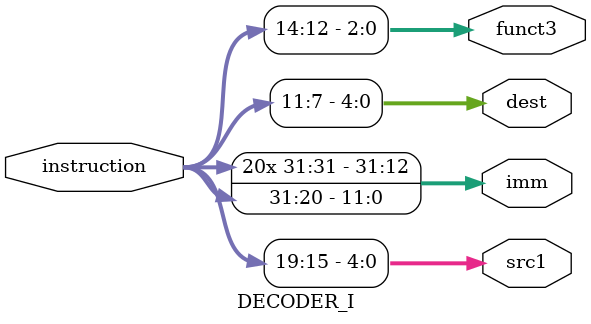
<source format=sv>
module DECODER_I (
	input logic [31:0] 		instruction,
	output logic [4:0]  	src1,
	output logic [31:0] 	imm,
	output logic [4:0]  	dest,
	output logic [2:0]  	funct3
);
	assign src1 					= instruction[19:15];
	
	assign imm 						= { {21{instruction[31]}}, instruction[30:20] };

	assign dest 					= instruction[11:7];
	assign funct3 					= instruction[14:12];
endmodule
</source>
